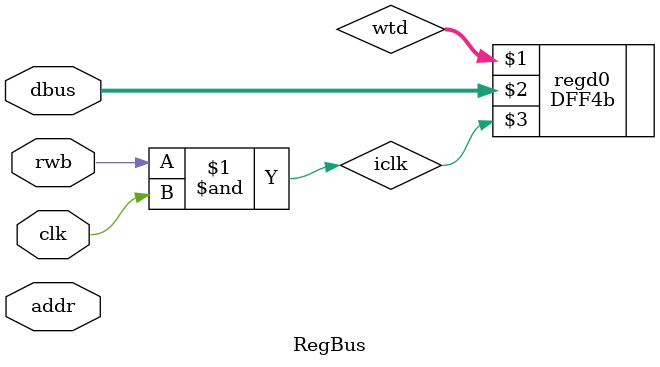
<source format=v>
/**
 * 4-bit Data Memory Bus module
 */
module RegBus (inout [3:0] dbus, input [1:0] addr, input rwb, clk);
    wire iclk;
    wire [3:0] wtd;
    // If it is write stage and clk has changed
    assign iclk = rwb & clk;
    // assign dbus = wtd;
    DFF4b regd0(wtd, dbus, iclk);
endmodule // RegBus

</source>
